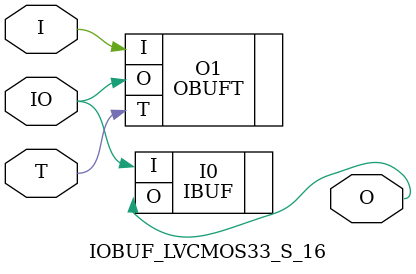
<source format=v>


`timescale  1 ps / 1 ps


module IOBUF_LVCMOS33_S_16 (O, IO, I, T);

    output O;

    inout  IO;

    input  I, T;

        OBUFT #(.IOSTANDARD("LVCMOS33"), .SLEW("SLOW"), .DRIVE(16)) O1 (.O(IO), .I(I), .T(T)); 
	IBUF #(.IOSTANDARD("LVCMOS33"))  I0 (.O(O), .I(IO));
        

endmodule



</source>
